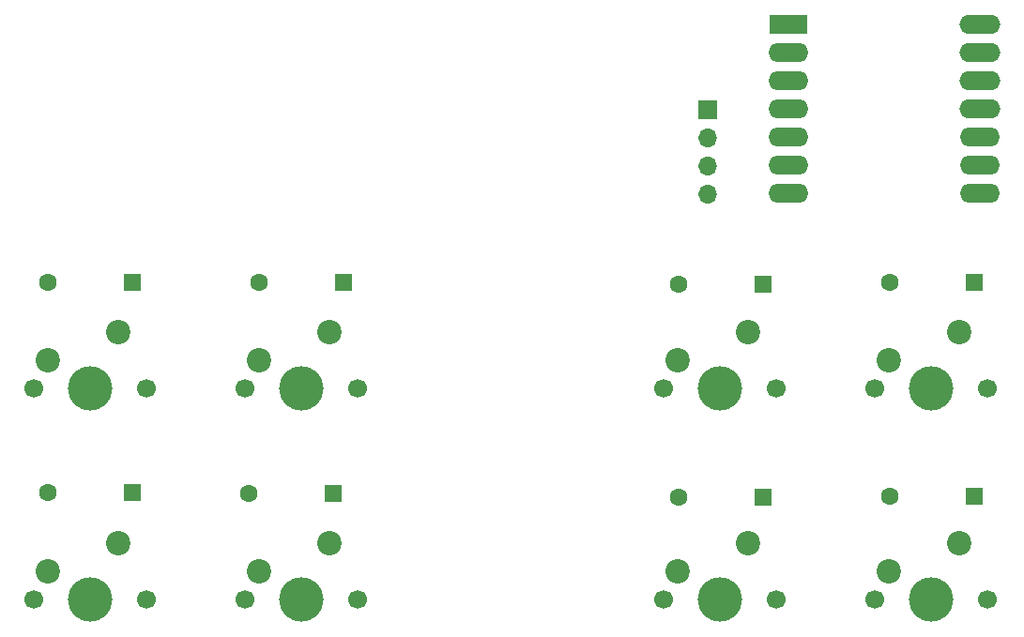
<source format=gbr>
%TF.GenerationSoftware,KiCad,Pcbnew,9.0.7*%
%TF.CreationDate,2026-02-18T12:12:19+05:30*%
%TF.ProjectId,RenPad,52656e50-6164-42e6-9b69-6361645f7063,rev?*%
%TF.SameCoordinates,Original*%
%TF.FileFunction,Soldermask,Top*%
%TF.FilePolarity,Negative*%
%FSLAX46Y46*%
G04 Gerber Fmt 4.6, Leading zero omitted, Abs format (unit mm)*
G04 Created by KiCad (PCBNEW 9.0.7) date 2026-02-18 12:12:19*
%MOMM*%
%LPD*%
G01*
G04 APERTURE LIST*
G04 Aperture macros list*
%AMRoundRect*
0 Rectangle with rounded corners*
0 $1 Rounding radius*
0 $2 $3 $4 $5 $6 $7 $8 $9 X,Y pos of 4 corners*
0 Add a 4 corners polygon primitive as box body*
4,1,4,$2,$3,$4,$5,$6,$7,$8,$9,$2,$3,0*
0 Add four circle primitives for the rounded corners*
1,1,$1+$1,$2,$3*
1,1,$1+$1,$4,$5*
1,1,$1+$1,$6,$7*
1,1,$1+$1,$8,$9*
0 Add four rect primitives between the rounded corners*
20,1,$1+$1,$2,$3,$4,$5,0*
20,1,$1+$1,$4,$5,$6,$7,0*
20,1,$1+$1,$6,$7,$8,$9,0*
20,1,$1+$1,$8,$9,$2,$3,0*%
G04 Aperture macros list end*
%ADD10RoundRect,0.250000X0.550000X0.550000X-0.550000X0.550000X-0.550000X-0.550000X0.550000X-0.550000X0*%
%ADD11C,1.600000*%
%ADD12C,1.700000*%
%ADD13C,4.000000*%
%ADD14C,2.200000*%
%ADD15R,1.700000X1.700000*%
%ADD16O,1.700000X1.700000*%
%ADD17R,3.500000X1.700000*%
%ADD18O,3.600000X1.700000*%
%ADD19O,3.700000X1.700000*%
G04 APERTURE END LIST*
D10*
%TO.C,D7*%
X167818400Y-97916000D03*
D11*
X160198400Y-97916000D03*
%TD*%
D12*
%TO.C,SW1*%
X102076300Y-88106200D03*
D13*
X107156300Y-88106200D03*
D12*
X112236300Y-88106200D03*
D14*
X109696300Y-83026200D03*
X103346300Y-85566200D03*
%TD*%
D12*
%TO.C,SW4*%
X121126300Y-107156200D03*
D13*
X126206300Y-107156200D03*
D12*
X131286300Y-107156200D03*
D14*
X128746300Y-102076200D03*
X122396300Y-104616200D03*
%TD*%
D10*
%TO.C,D3*%
X110966300Y-97490000D03*
D11*
X103346300Y-97490000D03*
%TD*%
D12*
%TO.C,SW5*%
X158908800Y-88106200D03*
D13*
X163988800Y-88106200D03*
D12*
X169068800Y-88106200D03*
D14*
X166528800Y-83026200D03*
X160178800Y-85566200D03*
%TD*%
D10*
%TO.C,D2*%
X130016300Y-78581200D03*
D11*
X122396300Y-78581200D03*
%TD*%
D12*
%TO.C,SW6*%
X177958800Y-88106200D03*
D13*
X183038800Y-88106200D03*
D12*
X188118800Y-88106200D03*
D14*
X185578800Y-83026200D03*
X179228800Y-85566200D03*
%TD*%
D15*
%TO.C,J1*%
X162871300Y-62980000D03*
D16*
X162871300Y-65520000D03*
X162871300Y-68060000D03*
X162871300Y-70600000D03*
%TD*%
D10*
%TO.C,D8*%
X186876600Y-97844800D03*
D11*
X179256600Y-97844800D03*
%TD*%
D12*
%TO.C,SW2*%
X121126300Y-88106200D03*
D13*
X126206300Y-88106200D03*
D12*
X131286300Y-88106200D03*
D14*
X128746300Y-83026200D03*
X122396300Y-85566200D03*
%TD*%
D10*
%TO.C,D1*%
X110966300Y-78581200D03*
D11*
X103346300Y-78581200D03*
%TD*%
D12*
%TO.C,SW3*%
X102089700Y-107188400D03*
D13*
X107169700Y-107188400D03*
D12*
X112249700Y-107188400D03*
D14*
X109709700Y-102108400D03*
X103359700Y-104648400D03*
%TD*%
D12*
%TO.C,SW8*%
X177953300Y-107149200D03*
D13*
X183033300Y-107149200D03*
D12*
X188113300Y-107149200D03*
D14*
X185573300Y-102069200D03*
X179223300Y-104609200D03*
%TD*%
D10*
%TO.C,D5*%
X167826600Y-78723600D03*
D11*
X160206600Y-78723600D03*
%TD*%
D12*
%TO.C,SW7*%
X158917800Y-107157100D03*
D13*
X163997800Y-107157100D03*
D12*
X169077800Y-107157100D03*
D14*
X166537800Y-102077100D03*
X160187800Y-104617100D03*
%TD*%
D10*
%TO.C,D4*%
X129063800Y-97631200D03*
D11*
X121443800Y-97631200D03*
%TD*%
D10*
%TO.C,D6*%
X186888800Y-78557500D03*
D11*
X179268800Y-78557500D03*
%TD*%
D17*
%TO.C,U1*%
X170141400Y-55306600D03*
D18*
X170141400Y-57846600D03*
X170141400Y-60386600D03*
X170141400Y-62926600D03*
X170141400Y-65466600D03*
X170141400Y-68006600D03*
X170141400Y-70546600D03*
X187391400Y-70546600D03*
X187391400Y-68006600D03*
X187391400Y-65466600D03*
D19*
X187391400Y-62926600D03*
X187391400Y-60386600D03*
X187391400Y-57846600D03*
X187391400Y-55306600D03*
%TD*%
M02*

</source>
